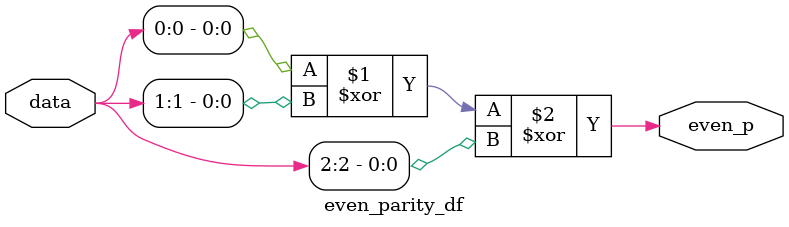
<source format=v>
`timescale 1ns / 1ps
module even_parity_df(
    input [2:0] data,
    output even_p
    );
	 
	 assign even_p=data[0]^data[1]^data[2];


endmodule

</source>
